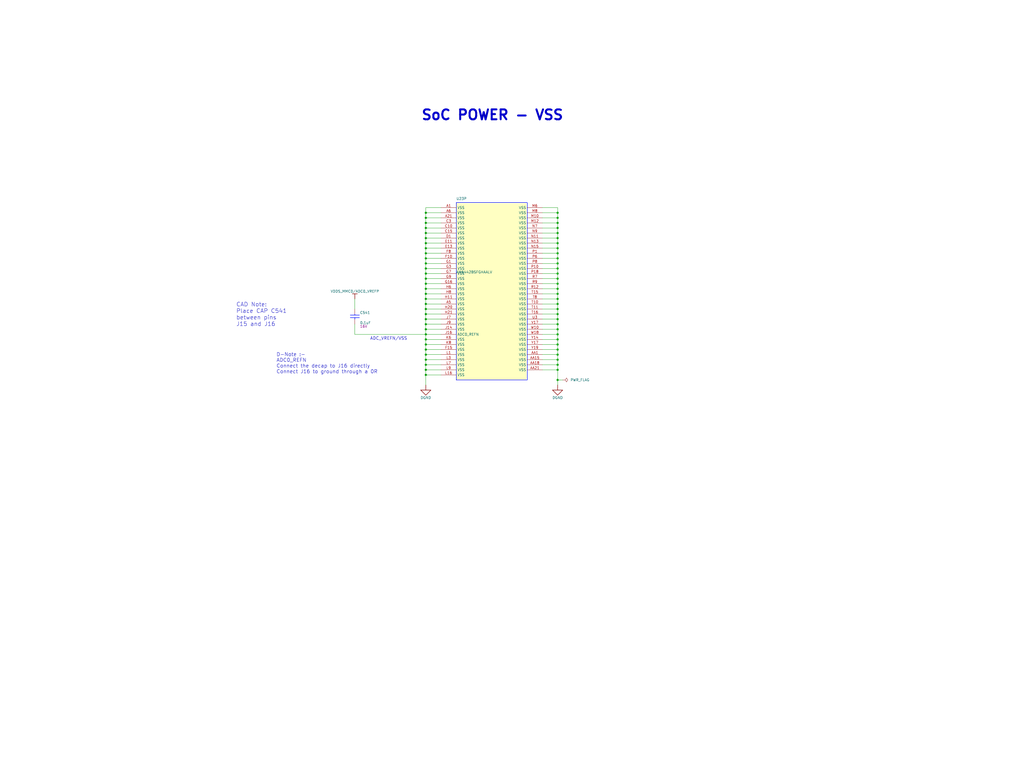
<source format=kicad_sch>
(kicad_sch (version 20231120) (generator "eeschema") (generator_version "8.0")
  (paper "User" 513.08 386.08)
  (junction (at 213.36 165.1))
  (junction (at 213.36 124.46))
  (junction (at 213.36 116.84))
  (junction (at 213.36 177.8))
  (junction (at 279.4 172.72))
  (junction (at 279.4 157.48))
  (junction (at 279.4 121.92))
  (junction (at 213.36 180.34))
  (junction (at 279.4 170.18))
  (junction (at 213.36 119.38))
  (junction (at 213.36 114.3))
  (junction (at 279.4 160.02))
  (junction (at 213.36 175.26))
  (junction (at 279.4 190.5))
  (junction (at 279.4 154.94))
  (junction (at 279.4 137.16))
  (junction (at 279.4 182.88))
  (junction (at 213.36 129.54))
  (junction (at 279.4 109.22))
  (junction (at 213.36 162.56))
  (junction (at 279.4 132.08))
  (junction (at 279.4 142.24))
  (junction (at 279.4 116.84))
  (junction (at 213.36 139.7))
  (junction (at 213.36 187.96))
  (junction (at 279.4 177.8))
  (junction (at 213.36 152.4))
  (junction (at 213.36 149.86))
  (junction (at 213.36 182.88))
  (junction (at 213.36 142.24))
  (junction (at 213.36 167.64))
  (junction (at 213.36 137.16))
  (junction (at 213.36 109.22))
  (junction (at 213.36 154.94))
  (junction (at 213.36 106.68))
  (junction (at 213.36 144.78))
  (junction (at 213.36 160.02))
  (junction (at 213.36 170.18))
  (junction (at 279.4 180.34))
  (junction (at 213.36 147.32))
  (junction (at 279.4 111.76))
  (junction (at 279.4 129.54))
  (junction (at 279.4 152.4))
  (junction (at 279.4 165.1))
  (junction (at 279.4 134.62))
  (junction (at 279.4 162.56))
  (junction (at 213.36 185.42))
  (junction (at 279.4 139.7))
  (junction (at 279.4 106.68))
  (junction (at 213.36 132.08))
  (junction (at 279.4 119.38))
  (junction (at 213.36 172.72))
  (junction (at 279.4 127))
  (junction (at 279.4 167.64))
  (junction (at 279.4 147.32))
  (junction (at 213.36 134.62))
  (junction (at 279.4 149.86))
  (junction (at 213.36 111.76))
  (junction (at 279.4 144.78))
  (junction (at 279.4 185.42))
  (junction (at 213.36 127))
  (junction (at 279.4 175.26))
  (junction (at 279.4 114.3))
  (junction (at 279.4 124.46))
  (junction (at 213.36 157.48))
  (junction (at 213.36 121.92))
  (wire (pts (xy 220.98 111.76) (xy 213.36 111.76)))
  (wire (pts (xy 279.4 182.88) (xy 271.78 182.88)))
  (wire (pts (xy 279.4 154.94) (xy 271.78 154.94)))
  (wire (pts (xy 279.4 109.22) (xy 279.4 106.68)))
  (wire (pts (xy 279.4 162.56) (xy 279.4 160.02)))
  (wire (pts (xy 279.4 157.48) (xy 271.78 157.48)))
  (wire (pts (xy 213.36 121.92) (xy 213.36 119.38)))
  (wire (pts (xy 279.4 111.76) (xy 279.4 109.22)))
  (wire (pts (xy 220.98 185.42) (xy 213.36 185.42)))
  (wire (pts (xy 213.36 116.84) (xy 213.36 114.3)))
  (wire (pts (xy 220.98 175.26) (xy 213.36 175.26)))
  (wire (pts (xy 279.4 170.18) (xy 279.4 167.64)))
  (wire (pts (xy 213.36 182.88) (xy 213.36 180.34)))
  (wire (pts (xy 279.4 177.8) (xy 271.78 177.8)))
  (wire (pts (xy 279.4 137.16) (xy 271.78 137.16)))
  (wire (pts (xy 220.98 152.4) (xy 213.36 152.4)))
  (wire (pts (xy 220.98 124.46) (xy 213.36 124.46)))
  (wire (pts (xy 279.4 185.42) (xy 279.4 190.5)))
  (wire (pts (xy 279.4 127) (xy 271.78 127)))
  (wire (pts (xy 279.4 170.18) (xy 271.78 170.18)))
  (wire (pts (xy 220.98 147.32) (xy 213.36 147.32)))
  (wire (pts (xy 220.98 160.02) (xy 213.36 160.02)))
  (wire (pts (xy 220.98 106.68) (xy 213.36 106.68)))
  (wire (pts (xy 279.4 162.56) (xy 271.78 162.56)))
  (wire (pts (xy 279.4 137.16) (xy 279.4 134.62)))
  (wire (pts (xy 279.4 129.54) (xy 271.78 129.54)))
  (wire (pts (xy 213.36 180.34) (xy 213.36 177.8)))
  (wire (pts (xy 279.4 144.78) (xy 271.78 144.78)))
  (wire (pts (xy 279.4 142.24) (xy 271.78 142.24)))
  (wire (pts (xy 279.4 160.02) (xy 271.78 160.02)))
  (wire (pts (xy 220.98 180.34) (xy 213.36 180.34)))
  (wire (pts (xy 279.4 109.22) (xy 271.78 109.22)))
  (wire (pts (xy 279.4 190.5) (xy 281.94 190.5)))
  (wire (pts (xy 213.36 142.24) (xy 213.36 139.7)))
  (wire (pts (xy 213.36 170.18) (xy 213.36 167.64)))
  (wire (pts (xy 220.98 154.94) (xy 213.36 154.94)))
  (wire (pts (xy 279.4 160.02) (xy 279.4 157.48)))
  (wire (pts (xy 279.4 167.64) (xy 271.78 167.64)))
  (wire (pts (xy 213.36 165.1) (xy 213.36 162.56)))
  (wire (pts (xy 220.98 177.8) (xy 213.36 177.8)))
  (wire (pts (xy 220.98 149.86) (xy 213.36 149.86)))
  (wire (pts (xy 213.36 149.86) (xy 213.36 147.32)))
  (wire (pts (xy 213.36 157.48) (xy 213.36 154.94)))
  (wire (pts (xy 220.98 170.18) (xy 213.36 170.18)))
  (wire (pts (xy 213.36 139.7) (xy 213.36 137.16)))
  (wire (pts (xy 213.36 124.46) (xy 213.36 121.92)))
  (wire (pts (xy 220.98 182.88) (xy 213.36 182.88)))
  (wire (pts (xy 279.4 167.64) (xy 279.4 165.1)))
  (wire (pts (xy 220.98 132.08) (xy 213.36 132.08)))
  (wire (pts (xy 177.8 167.64) (xy 177.8 162.56)))
  (wire (pts (xy 213.36 114.3) (xy 213.36 111.76)))
  (wire (pts (xy 213.36 132.08) (xy 213.36 129.54)))
  (wire (pts (xy 279.4 119.38) (xy 271.78 119.38)))
  (wire (pts (xy 213.36 172.72) (xy 213.36 170.18)))
  (wire (pts (xy 279.4 104.14) (xy 271.78 104.14)))
  (wire (pts (xy 220.98 116.84) (xy 213.36 116.84)))
  (wire (pts (xy 213.36 119.38) (xy 213.36 116.84)))
  (wire (pts (xy 279.4 144.78) (xy 279.4 142.24)))
  (wire (pts (xy 213.36 144.78) (xy 213.36 142.24)))
  (wire (pts (xy 279.4 182.88) (xy 279.4 180.34)))
  (wire (pts (xy 213.36 147.32) (xy 213.36 144.78)))
  (wire (pts (xy 279.4 134.62) (xy 279.4 132.08)))
  (wire (pts (xy 279.4 185.42) (xy 279.4 182.88)))
  (wire (pts (xy 279.4 149.86) (xy 271.78 149.86)))
  (wire (pts (xy 279.4 139.7) (xy 279.4 137.16)))
  (wire (pts (xy 279.4 180.34) (xy 271.78 180.34)))
  (wire (pts (xy 279.4 152.4) (xy 279.4 149.86)))
  (wire (pts (xy 279.4 190.5) (xy 279.4 193.04)))
  (wire (pts (xy 213.36 193.04) (xy 213.36 187.96)))
  (wire (pts (xy 213.36 104.14) (xy 220.98 104.14)))
  (wire (pts (xy 279.4 116.84) (xy 271.78 116.84)))
  (wire (pts (xy 220.98 172.72) (xy 213.36 172.72)))
  (wire (pts (xy 213.36 154.94) (xy 213.36 152.4)))
  (wire (pts (xy 213.36 111.76) (xy 213.36 109.22)))
  (wire (pts (xy 279.4 132.08) (xy 279.4 129.54)))
  (wire (pts (xy 213.36 106.68) (xy 213.36 104.14)))
  (wire (pts (xy 220.98 121.92) (xy 213.36 121.92)))
  (wire (pts (xy 279.4 180.34) (xy 279.4 177.8)))
  (wire (pts (xy 279.4 149.86) (xy 279.4 147.32)))
  (wire (pts (xy 279.4 147.32) (xy 279.4 144.78)))
  (wire (pts (xy 213.36 177.8) (xy 213.36 175.26)))
  (wire (pts (xy 213.36 175.26) (xy 213.36 172.72)))
  (wire (pts (xy 213.36 167.64) (xy 213.36 165.1)))
  (wire (pts (xy 279.4 121.92) (xy 279.4 119.38)))
  (wire (pts (xy 279.4 114.3) (xy 279.4 111.76)))
  (wire (pts (xy 220.98 109.22) (xy 213.36 109.22)))
  (wire (pts (xy 220.98 114.3) (xy 213.36 114.3)))
  (wire (pts (xy 220.98 187.96) (xy 213.36 187.96)))
  (wire (pts (xy 213.36 137.16) (xy 213.36 134.62)))
  (wire (pts (xy 213.36 187.96) (xy 213.36 185.42)))
  (wire (pts (xy 213.36 127) (xy 213.36 124.46)))
  (wire (pts (xy 220.98 127) (xy 213.36 127)))
  (wire (pts (xy 279.4 142.24) (xy 279.4 139.7)))
  (wire (pts (xy 220.98 134.62) (xy 213.36 134.62)))
  (wire (pts (xy 220.98 157.48) (xy 213.36 157.48)))
  (wire (pts (xy 279.4 185.42) (xy 271.78 185.42)))
  (wire (pts (xy 177.8 149.86) (xy 177.8 154.94)))
  (wire (pts (xy 213.36 160.02) (xy 213.36 157.48)))
  (wire (pts (xy 279.4 106.68) (xy 279.4 104.14)))
  (wire (pts (xy 213.36 185.42) (xy 213.36 182.88)))
  (wire (pts (xy 213.36 167.64) (xy 177.8 167.64)))
  (wire (pts (xy 279.4 106.68) (xy 271.78 106.68)))
  (wire (pts (xy 279.4 111.76) (xy 271.78 111.76)))
  (wire (pts (xy 279.4 119.38) (xy 279.4 116.84)))
  (wire (pts (xy 279.4 124.46) (xy 279.4 127)))
  (wire (pts (xy 279.4 114.3) (xy 271.78 114.3)))
  (wire (pts (xy 220.98 119.38) (xy 213.36 119.38)))
  (wire (pts (xy 220.98 162.56) (xy 213.36 162.56)))
  (wire (pts (xy 220.98 129.54) (xy 213.36 129.54)))
  (wire (pts (xy 213.36 152.4) (xy 213.36 149.86)))
  (wire (pts (xy 279.4 172.72) (xy 279.4 170.18)))
  (wire (pts (xy 279.4 175.26) (xy 279.4 172.72)))
  (wire (pts (xy 220.98 137.16) (xy 213.36 137.16)))
  (wire (pts (xy 279.4 175.26) (xy 271.78 175.26)))
  (wire (pts (xy 279.4 121.92) (xy 279.4 124.46)))
  (wire (pts (xy 279.4 165.1) (xy 279.4 162.56)))
  (wire (pts (xy 279.4 129.54) (xy 279.4 127)))
  (wire (pts (xy 213.36 162.56) (xy 213.36 160.02)))
  (wire (pts (xy 279.4 157.48) (xy 279.4 154.94)))
  (wire (pts (xy 279.4 147.32) (xy 271.78 147.32)))
  (wire (pts (xy 213.36 109.22) (xy 213.36 106.68)))
  (wire (pts (xy 271.78 124.46) (xy 279.4 124.46)))
  (wire (pts (xy 213.36 129.54) (xy 213.36 127)))
  (wire (pts (xy 213.36 134.62) (xy 213.36 132.08)))
  (wire (pts (xy 279.4 154.94) (xy 279.4 152.4)))
  (wire (pts (xy 279.4 165.1) (xy 271.78 165.1)))
  (wire (pts (xy 220.98 167.64) (xy 213.36 167.64)))
  (wire (pts (xy 279.4 139.7) (xy 271.78 139.7)))
  (wire (pts (xy 279.4 121.92) (xy 271.78 121.92)))
  (wire (pts (xy 220.98 144.78) (xy 213.36 144.78)))
  (wire (pts (xy 279.4 152.4) (xy 271.78 152.4)))
  (wire (pts (xy 220.98 165.1) (xy 213.36 165.1)))
  (wire (pts (xy 279.4 177.8) (xy 279.4 175.26)))
  (wire (pts (xy 279.4 132.08) (xy 271.78 132.08)))
  (wire (pts (xy 220.98 139.7) (xy 213.36 139.7)))
  (wire (pts (xy 279.4 116.84) (xy 279.4 114.3)))
  (wire (pts (xy 279.4 134.62) (xy 271.78 134.62)))
  (wire (pts (xy 220.98 142.24) (xy 213.36 142.24)))
  (wire (pts (xy 279.4 172.72) (xy 271.78 172.72)))
  (text_box "D-Note :-\nADC0_REFN\nConnect the decap to J16 directly\nConnect J16 to ground through a 0R" (at 207.264 189.484 0) (size -70.104 -14.224) (stroke (width -0.0001) (color 0 0 0 1)) (effects (font (size 1.778 1.778)) (justify left top)))
  (text_box "CAD Note:\nPlace CAP C541\nbetween pins\nJ15 and J16" (at 153.67 166.116 0) (size -36.83 -16.256) (stroke (width -0.0001) (color 0 0 0 1)) (effects (font (size 2.032 2.032)) (justify left top)))
  (text "SoC POWER - VSS" (at 210.82 60.706 0) (effects (font (size 4.953 4.953) (bold yes)) (justify left bottom)))
  (text "ADC_VREFN/VSS" (at 185.42 170.688 0) (effects (font (size 1.524 1.524)) (justify left bottom)))
  (symbol (lib_id "power:PWR_FLAG") (at 281.94 190.5 270) (unit 1)
    (property "Reference" "#FLG05" (effects (hide yes)))
    (property "Value" "PWR_FLAG" (at 285.75 190.4999 90) (effects (justify left)))
    (property "Description" "Special symbol for telling ERC where power comes from" (effects (hide yes)))
  )
  (symbol (lib_id "11-altium-import:root_0_CAP_Dup3") (at 175.26 157.48 0) (unit 1)
    (property "Reference" "C541" (at 180.34 157.48 0) (effects (justify left bottom)))
    (property "Value" "0.1uF" (at 180.34 162.56 0) (effects (justify left bottom)))
    (property "Footprint" "CAP0201_0-5" (effects (hide yes)))
    (property "Description" "CAP CERAMIC 0.1uF 16V 10% X5R 0201" (effects (hide yes)))
    (property "FOOTPRINT PATH" "Y~{:}MIS_DATABAS~{E}Librar~{y}ALTIUM_TOO~{L}PCB_FOOTPRINT~{S}Altium_Footprint_Lib.PcbLib" (effects (hide yes)))
    (property "LIBRARY PATH" "Y~{:}MIS_DATABAS~{E}Librar~{y}ALTIUM_TOO~{L}SCHEMATICS_PART~{S}MS_DISCRETE_Library.schlib" (effects (hide yes)))
    (property "FOOTPRINT REF" "CAP0201_0-5" (effects (hide yes)))
    (property "LIBRARY REF" "CAP" (effects (hide yes)))
    (property "MISTRAL PART NO" "120009030072-R" (effects (hide yes)))
    (property "PROJECT" "TI_MAXIE_CPB" (effects (hide yes)))
    (property "MFR_NAME" "MURATA" (effects (hide yes)))
    (property "MFR_PART_NUMBER" "GRM033R61C104KE84J" (effects (hide yes)))
    (property "PART_TYPE" "CAPACITOR~{S}CERAMIC" (effects (hide yes)))
    (property "TOLERANCE" "10%" (effects (hide yes)))
    (property "VOLTAGE" "16V" (at 180.34 164.338 0) (effects (justify left bottom)))
    (property "WATTAGE" "NA" (effects (hide yes)))
    (property "PACKAGE" "0201" (effects (hide yes)))
    (property "DISTRIBUTOR_NAME" "DIGIKEY" (effects (hide yes)))
    (property "DISTRIBUTOR_PART_NUMBER" "490-16742-1-ND" (effects (hide yes)))
    (property "HEIGHT" "0.33MM" (effects (hide yes)))
    (property "WEIGHT" "0.33mg" (effects (hide yes)))
    (property "TEMPERATURE" "-55癈+85癈" (effects (hide yes)))
    (property "DATASHEET" "Y~{:}MIS_DATABAS~{E}DATASHEET~{S}CAPACITOR~{S}GRM033R61C104KE84.PDF" (effects (hide yes)))
    (property "CRTD /DATE" "MANIRAJA/120218" (effects (hide yes)))
    (property "CHKD/DATE" "MANIRAJA/120218" (effects (hide yes)))
    (property "CUSTOMS_HS_CODE" "85322990" (effects (hide yes)))
    (property "CUSTOM_DUTY" "15%" (effects (hide yes)))
    (property "MECHANICAL 3D STEP FILE" "CAP0201_0-5" (effects (hide yes)))
    (property "PCB FOOTPRINT" "CAP0201_0-5" (effects (hide yes)))
  )
  (symbol (lib_id "11-altium-import:DGND_SIGNAL_GROUND") (at 213.36 193.04 0) (unit 1)
    (property "Reference" "#PWR?" (effects (hide yes)))
    (property "Value" "DGND" (at 213.36 199.39 0))
  )
  (symbol (lib_id "11-altium-import:DGND_SIGNAL_GROUND") (at 279.4 193.04 0) (unit 1)
    (property "Reference" "#PWR?" (effects (hide yes)))
    (property "Value" "DGND" (at 279.4 199.39 0))
  )
  (symbol (lib_id "11-altium-import:root_0_XAM6442BSFGGAALV_BGA441") (at 228.6 101.6 0) (unit 16)
    (property "Reference" "U23" (at 228.6 100.33 0) (effects (justify left bottom)))
    (property "Value" "AM6442BSFGHAALV" (at 228.6 137.16 0) (effects (justify left bottom)))
    (property "Footprint" "FCBGA441_31-49_680X680_2-6" (effects (hide yes)))
    (property "Description" "IC AM64x SoC MICROPROCESSOR BGA441" (effects (hide yes)))
    (property "PCB FOOTPRINT" "FCBGA441_31-49_680X680_2-6" (effects (hide yes)))
    (property "FOOTPRINT REF" "FCBGA441_31-49_680X680_2-6" (effects (hide yes)))
    (property "MISTRAL PART NO" "141220080002" (effects (hide yes)))
    (property "PROJECT" "AM64x-GP_EVM BRD" (effects (hide yes)))
    (property "MFR_NAME" "TEXAS INSTRUMENTS" (effects (hide yes)))
    (property "MFR_PART_NUMBER" "AM6442BSFGHAALV" (effects (hide yes)))
    (property "PART_TYPE" "IC~{S}DIGITA~{L}MICROPROCESSOR" (effects (hide yes)))
    (property "TOLERANCE" "NA" (effects (hide yes)))
    (property "VOLTAGE" "NA" (effects (hide yes)))
    (property "WATTAGE" "NA" (effects (hide yes)))
    (property "PACKAGE" "BGA441" (effects (hide yes)))
    (property "DISTRIBUTOR_NAME" "NA" (effects (hide yes)))
    (property "DISTRIBUTOR_PART_NUMBER" "NA" (effects (hide yes)))
    (property "LIBRARY REF" "XAM6442BSFGGAALV_BGA441" (effects (hide yes)))
    (property "HEIGHT" "2.57MM" (effects (hide yes)))
    (property "WEIGHT" "NA" (effects (hide yes)))
    (property "TEMPERATURE" "NA" (effects (hide yes)))
    (property "DATASHEET" "Y~{:}MIS_DATABAS~{E}DATASHEET~{S}IC~{S}DIGITA~{L}MICROCONTROLLE~{R}AM64-SoC_SVB.PDF" (effects (hide yes)))
    (property "CRTD /DATE" "ALVY/300322" (effects (hide yes)))
    (property "CHKD/DATE" "ALVY/300322" (effects (hide yes)))
    (property "ROHS" "NA" (effects (hide yes)))
    (property "CUSTOMS_HS_CODE" "85423100" (effects (hide yes)))
    (property "CUSTOM_DUTY" "15%" (effects (hide yes)))
    (property "MECHANICAL 3D STEP FILE" "FCBGA441_31-49_680X680_2-6" (effects (hide yes)))
    (property "LIBRARY PATH" "Y~{:}MIS_DATABAS~{E}Librar~{y}ALTIUM_TOO~{L}SCHEMATICS_PART~{S}MS_MICROPROCESSOR_Library.schlib" (effects (hide yes)))
    (property "FOOTPRINT PATH" "Y~{:}MIS_DATABAS~{E}Librar~{y}ALTIUM_TOO~{L}PCB_FOOTPRINT~{S}Altium_Footprint_Lib.PcbLib" (effects (hide yes)))
  )
  (symbol (lib_id "11-altium-import:VDDS_MMC0/ADC0_VREFP_BAR") (at 177.8 149.86 180) (unit 1)
    (property "Reference" "#PWR?" (effects (hide yes)))
    (property "Value" "VDDS_MMC0/ADC0_VREFP" (at 177.8 146.05 0))
  )
)
</source>
